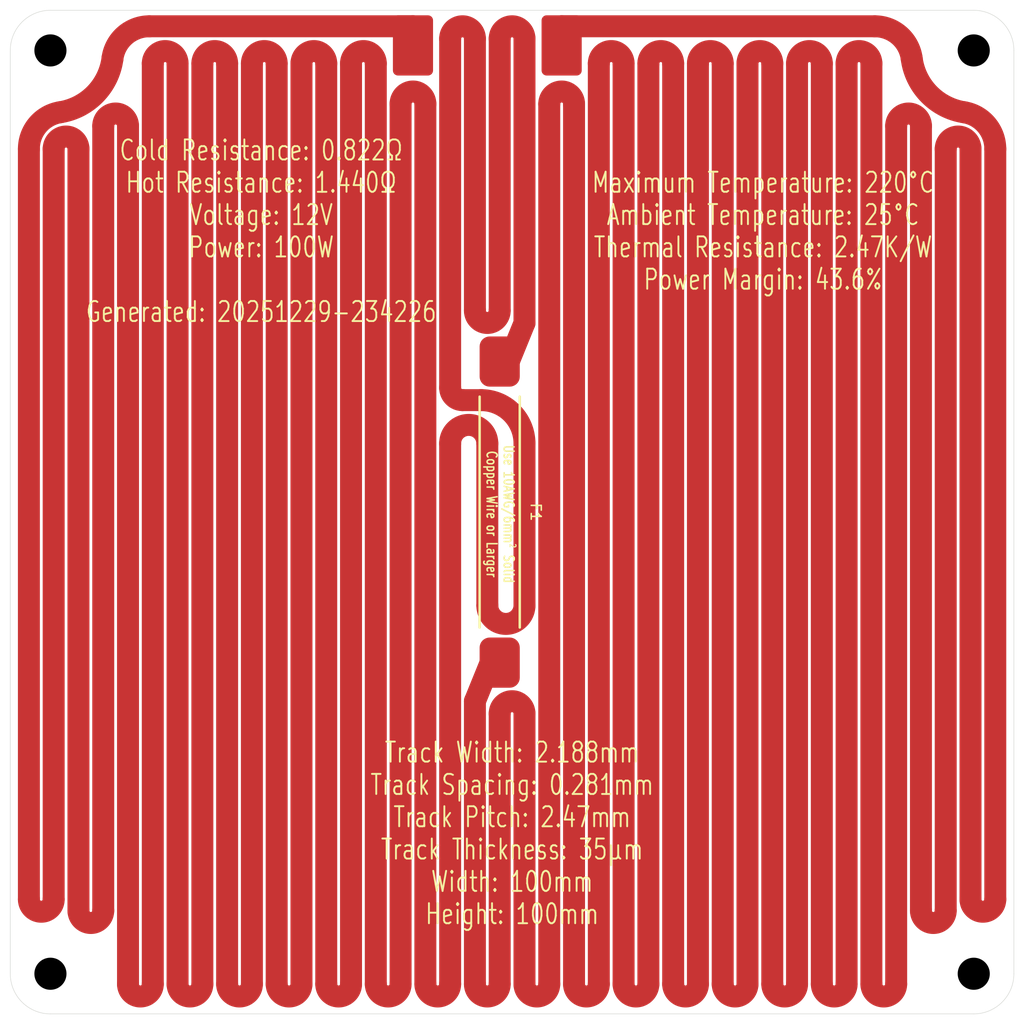
<source format=kicad_pcb>
(kicad_pcb (version 20241229) (generator "pcbnew") (generator_version "9.0")
  (layers (0 "F.Cu" signal) (2 "B.Cu" signal) (13 "F.Paste" user) (15 "B.Paste" user) (5 "F.SilkS" user "F.Silkscreen") (7 "B.SilkS" user "B.Silkscreen") (1 "F.Mask" user) (3 "B.Mask" user) (25 "Edge.Cuts" user))
  (net 0 "")
  (net 1 "Net-(J2-Pin_1)")
  (net 2 "Net-(J1-Pin_1)")
  (footprint "blg:MountingHole_3.2mm_M3_NoPad_TopLarge" (layer "F.Cu") (at 151 59)
    (property "Reference" "REF**" (hide yes))
    (property "Value" "MountingHole_3.2mm_M3_NoPad_TopLarge" (hide yes))
    (pad "" np_thru_hole circle (at 0 0) (size 7.6 7.6) (drill 3.2) (layers))
  )
  (footprint "blg:SMD_PowerConnection_4x6mm" (layer "F.Cu") (at 109.938 58.5 -90)
    (property "Reference" "J2" (hide yes))
    (property "Value" "Hotplate_Power_Connection" (hide yes))
    (pad "1" smd roundrect (at 0 0 270) (size 6 4) (layers "F.Cu" "F.Mask" "F.Paste") (roundrect_rratio 0.125) (net 1 "Net-(J2-Pin_1)"))
  )
  (footprint "blg:MountingHole_3.2mm_M3_NoPad_TopLarge" (layer "F.Cu") (at 59 151)
    (property "Reference" "REF**" (hide yes))
    (property "Value" "MountingHole_3.2mm_M3_NoPad_TopLarge" (hide yes))
    (pad "" np_thru_hole circle (at 0 0) (size 7.6 7.6) (drill 3.2) (layers))
  )
  (footprint "blg:MountingHole_3.2mm_M3_NoPad_TopLarge" (layer "F.Cu") (at 151 151)
    (property "Reference" "REF**" (hide yes))
    (property "Value" "MountingHole_3.2mm_M3_NoPad_TopLarge" (hide yes))
    (pad "" np_thru_hole circle (at 0 0) (size 7.6 7.6) (drill 3.2) (layers))
  )
  (footprint "blg:SMD_PowerConnection_4x6mm" (layer "F.Cu") (at 95.124 58.5 -90)
    (property "Reference" "J1" (hide yes))
    (property "Value" "Hotplate_Power_Connection" (hide yes))
    (pad "1" smd roundrect (at 0 0 270) (size 6 4) (layers "F.Cu" "F.Mask" "F.Paste") (roundrect_rratio 0.125) (net 2 "Net-(J1-Pin_1)"))
  )
  (footprint "blg:Thermal Fuse, SN100C, Front, 35mm" (layer "F.Cu") (at 103.7655 105 -90)
    (property "Reference" "F1" (at 0 -3.6 270) (layer "F.SilkS"))
    (property "Value" "~")
    (fp_line (start -11.5 2) (end 11.5 2) (stroke (width 0.25)) (layer "F.SilkS"))
    (fp_line (start -11.5 -2) (end 11.5 -2) (stroke (width 0.25)) (layer "F.SilkS"))
    (fp_text user "Use 10AWG/6mm  Solid" (at 0.2 -0.9 270) (layer "F.SilkS") (effects (font (size 1 0.75))))
    (fp_text user "2" (at 3.35 -1.3 270) (layer "F.SilkS") (effects (font (size 0.6 0.4) (thickness 0.1))))
    (fp_text user "Copper Wire or Larger" (at 0.2 0.8 270) (layer "F.SilkS") (effects (font (size 1 0.75))))
    (pad "1" smd roundrect (at -15 0 270) (size 5 4) (layers "F.Cu" "F.Mask") (net 2 "Net-(J1-Pin_1)"))
    (pad "2" smd roundrect (at 15 0 270) (size 5 4) (layers "F.Cu" "F.Mask") (net 1 "Net-(J2-Pin_1)"))
  )
  (footprint "blg:MountingHole_3.2mm_M3_NoPad_TopLarge" (layer "F.Cu") (at 59 59)
    (property "Reference" "REF**" (hide yes))
    (property "Value" "MountingHole_3.2mm_M3_NoPad_TopLarge" (hide yes))
    (pad "" np_thru_hole circle (at 0 0) (size 7.6 7.6) (drill 3.2) (layers))
  )
  (gr_arc (start 55 59) (mid 56.171573 56.171573) (end 59 55) (stroke (width 0.05)) (layer "Edge.Cuts"))
  (gr_line (start 155 59) (end 155 151) (stroke (width 0.05)) (layer "Edge.Cuts"))
  (gr_arc (start 59 155) (mid 56.171573 153.828427) (end 55 151) (stroke (width 0.05)) (layer "Edge.Cuts"))
  (gr_line (start 59 155) (end 151 155) (stroke (width 0.05)) (layer "Edge.Cuts"))
  (gr_line (start 55 59) (end 55 151) (stroke (width 0.05)) (layer "Edge.Cuts"))
  (gr_arc (start 155 151) (mid 153.828427 153.828427) (end 151 155) (stroke (width 0.05)) (layer "Edge.Cuts"))
  (gr_arc (start 151 55) (mid 153.828427 56.171573) (end 155 59) (stroke (width 0.05)) (layer "Edge.Cuts"))
  (gr_line (start 59 55) (end 151 55) (stroke (width 0.05)) (layer "Edge.Cuts"))
  (gr_text "Track Width: 2.188mm\nTrack Spacing: 0.281mm\nTrack Pitch: 2.47mm\nTrack Thickness: 35µm\nWidth: 100mm\nHeight: 100mm" (at 105 137 0) (layer "F.SilkS") (effects (font (size 2 1.5) (thickness 0.1875))))
  (gr_text "Maximum Temperature: 220°C\nAmbient Temperature: 25°C\nThermal Resistance: 2.47K/W\nPower Margin: 43.6%" (at 130 77 0) (layer "F.SilkS") (effects (font (size 2 1.5) (thickness 0.1875))))
  (gr_text "Cold Resistance: 0.822Ω\nHot Resistance: 1.440Ω\nVoltage: 12V\nPower: 100W\n\nGenerated: 20251229-234226" (at 80 77 0) (layer "F.SilkS") (effects (font (size 2 1.5) (thickness 0.1875))))
  (segment (start 101.2965 123.843999) (end 101.2965 152.031) (width 2.187999) (layer "F.Cu") (net 1))
  (segment (start 128.4555 152.031) (end 128.4555 60.2975) (width 2.187999) (layer "F.Cu") (net 1))
  (segment (start 118.5795 152.031) (end 118.5795 60.2975) (width 2.187999) (layer "F.Cu") (net 1))
  (segment (start 125.9865 60.2975) (end 125.9865 152.031) (width 2.187999) (layer "F.Cu") (net 1))
  (segment (start 102.8595 120) (end 103.7655 120) (width 2.187999) (layer "F.Cu") (net 1))
  (segment (start 111.1725 64.328499) (end 111.1725 152.031) (width 2.187999) (layer "F.Cu") (net 1))
  (segment (start 141.147064 56.594) (end 109.937999 56.594) (width 2.187999) (layer "F.Cu") (net 1))
  (segment (start 140.8005 60.2975) (end 140.8005 152.031) (width 2.187999) (layer "F.Cu") (net 1))
  (segment (start 133.393499 152.031) (end 133.393499 60.2975) (width 2.187999) (layer "F.Cu") (net 1))
  (segment (start 108.703499 152.031) (end 108.703499 64.328499) (width 2.187999) (layer "F.Cu") (net 1))
  (segment (start 109.937999 56.594) (end 109.937999 58.5) (width 2.187999) (layer "F.Cu") (net 1))
  (segment (start 148.207499 144.709592) (end 148.207499 68.815114) (width 2.187999) (layer "F.Cu") (net 1))
  (segment (start 143.2695 152.031) (end 143.2695 66.521025) (width 2.187999) (layer "F.Cu") (net 1))
  (segment (start 103.7655 152.031) (end 103.7655 125.078499) (width 2.187999) (layer "F.Cu") (net 1))
  (segment (start 145.7385 66.521025) (end 145.7385 144.709592) (width 2.187999) (layer "F.Cu") (net 1))
  (segment (start 150.6765 68.815114) (end 150.6765 143.586765) (width 2.187999) (layer "F.Cu") (net 1))
  (segment (start 106.2345 125.078499) (end 106.2345 152.031) (width 2.187999) (layer "F.Cu") (net 1))
  (segment (start 101.2965 123.843999) (end 102.8595 120) (width 2.187999) (layer "F.Cu") (net 1))
  (segment (start 113.6415 152.031) (end 113.6415 60.2975) (width 2.187999) (layer "F.Cu") (net 1))
  (segment (start 116.110499 60.2975) (end 116.110499 152.031) (width 2.187999) (layer "F.Cu") (net 1))
  (segment (start 123.517499 152.031) (end 123.517499 60.2975) (width 2.187999) (layer "F.Cu") (net 1))
  (segment (start 153.1455 143.586765) (end 153.1455 68.815114) (width 2.187999) (layer "F.Cu") (net 1))
  (segment (start 121.048499 60.2975) (end 121.048499 152.031) (width 2.187999) (layer "F.Cu") (net 1))
  (segment (start 130.9245 60.2975) (end 130.9245 152.031) (width 2.187999) (layer "F.Cu") (net 1))
  (segment (start 135.8625 60.2975) (end 135.8625 152.031) (width 2.187999) (layer "F.Cu") (net 1))
  (segment (start 138.3315 152.031) (end 138.3315 60.2975) (width 2.187999) (layer "F.Cu") (net 1))
  (arc (start 128.4555 60.2975) (mid 129.69 59.062999) (end 130.9245 60.2975) (width 2.187999) (layer "F.Cu") (net 1))
  (arc (start 133.393499 60.2975) (mid 134.628 59.062999) (end 135.8625 60.2975) (width 2.187999) (layer "F.Cu") (net 1))
  (arc (start 138.3315 60.2975) (mid 139.566 59.062999) (end 140.8005 60.2975) (width 2.187999) (layer "F.Cu") (net 1))
  (arc (start 125.9865 152.031) (mid 127.221 153.2655) (end 128.4555 152.031) (width 2.187999) (layer "F.Cu") (net 1))
  (arc (start 145.7385 144.709592) (mid 146.972999 145.944092) (end 148.207499 144.709592) (width 2.187999) (layer "F.Cu") (net 1))
  (arc (start 123.517499 60.2975) (mid 124.751999 59.062999) (end 125.9865 60.2975) (width 2.187999) (layer "F.Cu") (net 1))
  (arc (start 113.6415 60.2975) (mid 114.875999 59.062999) (end 116.110499 60.2975) (width 2.187999) (layer "F.Cu") (net 1))
  (arc (start 116.110499 152.031) (mid 117.344999 153.2655) (end 118.5795 152.031) (width 2.187999) (layer "F.Cu") (net 1))
  (arc (start 148.207499 68.815114) (mid 149.441999 67.580614) (end 150.6765 68.815114) (width 2.187999) (layer "F.Cu") (net 1))
  (arc (start 101.2965 152.031) (mid 102.530999 153.2655) (end 103.7655 152.031) (width 2.187999) (layer "F.Cu") (net 1))
  (arc (start 111.1725 152.031) (mid 112.407 153.2655) (end 113.6415 152.031) (width 2.187999) (layer "F.Cu") (net 1))
  (arc (start 121.048499 152.031) (mid 122.282999 153.2655) (end 123.517499 152.031) (width 2.187999) (layer "F.Cu") (net 1))
  (arc (start 103.7655 125.078499) (mid 105 123.844) (end 106.2345 125.078499) (width 2.187999) (layer "F.Cu") (net 1))
  (arc (start 150.6765 143.586765) (mid 151.911 144.821265) (end 153.1455 143.586765) (width 2.187999) (layer "F.Cu") (net 1))
  (arc (start 141.147064 56.594) (mid 143.588905 57.51302) (end 144.818864 59.813973) (width 2.187999) (layer "F.Cu") (net 1))
  (arc (start 130.9245 152.031) (mid 132.158999 153.2655) (end 133.393499 152.031) (width 2.187999) (layer "F.Cu") (net 1))
  (arc (start 106.2345 152.031) (mid 107.469 153.2655) (end 108.703499 152.031) (width 2.187999) (layer "F.Cu") (net 1))
  (arc (start 118.5795 60.2975) (mid 119.814 59.062999) (end 121.048499 60.2975) (width 2.187999) (layer "F.Cu") (net 1))
  (arc (start 153.1455 68.815114) (mid 152.013486 66.149899) (end 150.022605 65.157409) (width 2.187999) (layer "F.Cu") (net 1))
  (arc (start 135.8625 152.031) (mid 137.097 153.2655) (end 138.3315 152.031) (width 2.187999) (layer "F.Cu") (net 1))
  (arc (start 108.703499 64.328499) (mid 109.937999 63.093999) (end 111.1725 64.328499) (width 2.187999) (layer "F.Cu") (net 1))
  (arc (start 143.2695 66.521025) (mid 144.504 65.286525) (end 145.7385 66.521025) (width 2.187999) (layer "F.Cu") (net 1))
  (arc (start 140.8005 152.031) (mid 142.035 153.2655) (end 143.2695 152.031) (width 2.187999) (layer "F.Cu") (net 1))
  (arc (start 150.022605 65.157409) (mid 146.533545 63.349686) (end 144.818864 59.813973) (width 2.187999) (layer "F.Cu") (net 1))
  (segment (start 103.7655 57.8285) (end 103.7655 84.9215) (width 2.187999) (layer "F.Cu") (net 2))
  (segment (start 98.8275 98.16475) (end 98.8275 152.031) (width 2.187999) (layer "F.Cu") (net 2))
  (segment (start 101.2965 84.9215) (end 101.2965 57.8285) (width 2.187999) (layer "F.Cu") (net 2))
  (segment (start 84.0135 60.2975) (end 84.0135 152.031) (width 2.187999) (layer "F.Cu") (net 2))
  (segment (start 102.530999 114.30425) (end 102.530999 98.16475) (width 2.187999) (layer "F.Cu") (net 2))
  (segment (start 59.323499 68.815114) (end 59.323499 143.586765) (width 2.187999) (layer "F.Cu") (net 2))
  (segment (start 96.3585 152.031) (end 96.3585 64.328499) (width 2.187999) (layer "F.Cu") (net 2))
  (segment (start 104.6715 90) (end 103.7655 90) (width 2.187999) (layer "F.Cu") (net 2))
  (segment (start 74.137499 60.2975) (end 74.137499 152.031) (width 2.187999) (layer "F.Cu") (net 2))
  (segment (start 69.1995 60.2975) (end 69.1995 152.031) (width 2.187999) (layer "F.Cu") (net 2))
  (segment (start 71.6685 152.031) (end 71.6685 60.2975) (width 2.187999) (layer "F.Cu") (net 2))
  (segment (start 81.544499 152.031) (end 81.544499 60.2975) (width 2.187999) (layer "F.Cu") (net 2))
  (segment (start 106.2345 98.16475) (end 106.2345 114.30425) (width 2.187999) (layer "F.Cu") (net 2))
  (segment (start 106.2345 86.155999) (end 104.6715 90) (width 2.187999) (layer "F.Cu") (net 2))
  (segment (start 93.8895 64.328499) (end 93.8895 152.031) (width 2.187999) (layer "F.Cu") (net 2))
  (segment (start 68.852935 56.594) (end 95.124 56.594) (width 2.187999) (layer "F.Cu") (net 2))
  (segment (start 88.9515 60.2975) (end 88.9515 152.031) (width 2.187999) (layer "F.Cu") (net 2))
  (segment (start 91.4205 152.031) (end 91.4205 60.2975) (width 2.187999) (layer "F.Cu") (net 2))
  (segment (start 79.075499 60.2975) (end 79.075499 152.031) (width 2.187999) (layer "F.Cu") (net 2))
  (segment (start 66.730499 152.031) (end 66.730499 66.521025) (width 2.187999) (layer "F.Cu") (net 2))
  (segment (start 98.8275 57.8285) (end 98.8275 92.6095) (width 2.187999) (layer "F.Cu") (net 2))
  (segment (start 61.7925 144.709592) (end 61.7925 68.815114) (width 2.187999) (layer "F.Cu") (net 2))
  (segment (start 106.2345 86.155999) (end 106.2345 57.8285) (width 2.187999) (layer "F.Cu") (net 2))
  (segment (start 86.482499 152.031) (end 86.482499 60.2975) (width 2.187999) (layer "F.Cu") (net 2))
  (segment (start 56.854499 143.586765) (end 56.854499 68.815114) (width 2.187999) (layer "F.Cu") (net 2))
  (segment (start 76.6065 152.031) (end 76.6065 60.2975) (width 2.187999) (layer "F.Cu") (net 2))
  (segment (start 100.062 93.844) (end 101.91375 93.844) (width 2.187999) (layer "F.Cu") (net 2))
  (segment (start 95.124 56.594) (end 95.124 58.5) (width 2.187999) (layer "F.Cu") (net 2))
  (segment (start 64.2615 66.521025) (end 64.2615 144.709592) (width 2.187999) (layer "F.Cu") (net 2))
  (arc (start 84.0135 152.031) (mid 82.779 153.2655) (end 81.544499 152.031) (width 2.187999) (layer "F.Cu") (net 2))
  (arc (start 68.852935 56.594) (mid 66.411094 57.51302) (end 65.181135 59.813973) (width 2.187999) (layer "F.Cu") (net 2))
  (arc (start 101.91375 93.844) (mid 104.968981 95.109518) (end 106.2345 98.16475) (width 2.187999) (layer "F.Cu") (net 2))
  (arc (start 81.544499 60.2975) (mid 80.309999 59.062999) (end 79.075499 60.2975) (width 2.187999) (layer "F.Cu") (net 2))
  (arc (start 86.482499 60.2975) (mid 85.247999 59.062999) (end 84.0135 60.2975) (width 2.187999) (layer "F.Cu") (net 2))
  (arc (start 98.8275 152.031) (mid 97.593 153.2655) (end 96.3585 152.031) (width 2.187999) (layer "F.Cu") (net 2))
  (arc (start 79.075499 152.031) (mid 77.841 153.2655) (end 76.6065 152.031) (width 2.187999) (layer "F.Cu") (net 2))
  (arc (start 106.2345 114.30425) (mid 104.38275 116.155999) (end 102.530999 114.30425) (width 2.187999) (layer "F.Cu") (net 2))
  (arc (start 66.730499 66.521025) (mid 65.495999 65.286525) (end 64.2615 66.521025) (width 2.187999) (layer "F.Cu") (net 2))
  (arc (start 88.9515 152.031) (mid 87.716999 153.2655) (end 86.482499 152.031) (width 2.187999) (layer "F.Cu") (net 2))
  (arc (start 91.4205 60.2975) (mid 90.186 59.062999) (end 88.9515 60.2975) (width 2.187999) (layer "F.Cu") (net 2))
  (arc (start 59.323499 143.586765) (mid 58.088999 144.821265) (end 56.854499 143.586765) (width 2.187999) (layer "F.Cu") (net 2))
  (arc (start 76.6065 60.2975) (mid 75.372 59.062999) (end 74.137499 60.2975) (width 2.187999) (layer "F.Cu") (net 2))
  (arc (start 100.062 93.844) (mid 99.189076 93.482423) (end 98.8275 92.6095) (width 2.187999) (layer "F.Cu") (net 2))
  (arc (start 106.2345 57.8285) (mid 105 56.594) (end 103.7655 57.8285) (width 2.187999) (layer "F.Cu") (net 2))
  (arc (start 56.854499 68.815114) (mid 57.986513 66.149899) (end 59.977394 65.157409) (width 2.187999) (layer "F.Cu") (net 2))
  (arc (start 103.7655 84.9215) (mid 102.530999 86.155999) (end 101.2965 84.9215) (width 2.187999) (layer "F.Cu") (net 2))
  (arc (start 101.2965 57.8285) (mid 100.062 56.594) (end 98.8275 57.8285) (width 2.187999) (layer "F.Cu") (net 2))
  (arc (start 71.6685 60.2975) (mid 70.434 59.062999) (end 69.1995 60.2975) (width 2.187999) (layer "F.Cu") (net 2))
  (arc (start 74.137499 152.031) (mid 72.902999 153.2655) (end 71.6685 152.031) (width 2.187999) (layer "F.Cu") (net 2))
  (arc (start 102.530999 98.16475) (mid 100.67925 96.313) (end 98.8275 98.16475) (width 2.187999) (layer "F.Cu") (net 2))
  (arc (start 93.8895 152.031) (mid 92.655 153.2655) (end 91.4205 152.031) (width 2.187999) (layer "F.Cu") (net 2))
  (arc (start 59.977394 65.157409) (mid 63.466454 63.349686) (end 65.181135 59.813973) (width 2.187999) (layer "F.Cu") (net 2))
  (arc (start 96.3585 64.328499) (mid 95.124 63.093999) (end 93.8895 64.328499) (width 2.187999) (layer "F.Cu") (net 2))
  (arc (start 64.2615 144.709592) (mid 63.027 145.944092) (end 61.7925 144.709592) (width 2.187999) (layer "F.Cu") (net 2))
  (arc (start 61.7925 68.815114) (mid 60.558 67.580614) (end 59.323499 68.815114) (width 2.187999) (layer "F.Cu") (net 2))
  (arc (start 69.1995 152.031) (mid 67.965 153.2655) (end 66.730499 152.031) (width 2.187999) (layer "F.Cu") (net 2))
)
</source>
